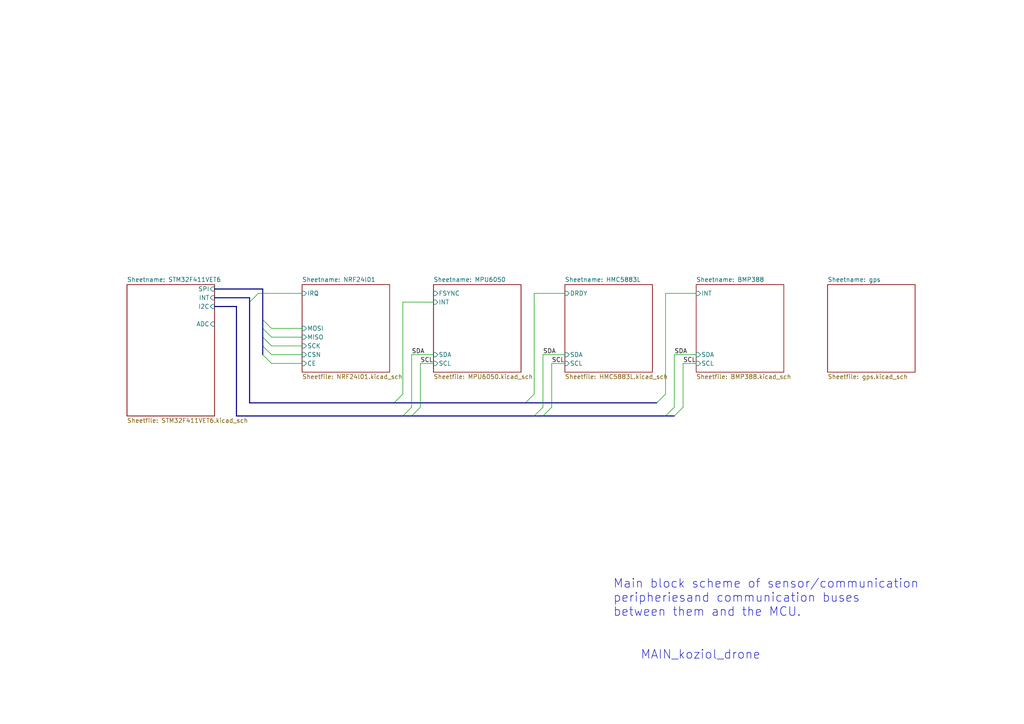
<source format=kicad_sch>
(kicad_sch
	(version 20231120)
	(generator "eeschema")
	(generator_version "8.0")
	(uuid "851f7638-7e3f-4a0b-8564-e284f39c023a")
	(paper "A4")
	(lib_symbols)
	(bus_entry
		(at 154.94 120.65)
		(size 2.54 -2.54)
		(stroke
			(width 0)
			(type default)
		)
		(uuid "0d7971d2-0105-4bc7-8a87-0a235b1db811")
	)
	(bus_entry
		(at 119.38 120.65)
		(size 2.54 -2.54)
		(stroke
			(width 0)
			(type default)
		)
		(uuid "27fcdc10-f92e-4d01-828d-72c5853cb70c")
	)
	(bus_entry
		(at 152.4 116.84)
		(size 2.54 -2.54)
		(stroke
			(width 0)
			(type default)
		)
		(uuid "35e11dc0-c0fe-4ba6-8295-0d299558ee23")
	)
	(bus_entry
		(at 72.39 87.63)
		(size 2.54 -2.54)
		(stroke
			(width 0)
			(type default)
		)
		(uuid "43af2cef-28c2-4e0a-8657-fda0f54da74a")
	)
	(bus_entry
		(at 190.5 116.84)
		(size 2.54 -2.54)
		(stroke
			(width 0)
			(type default)
		)
		(uuid "6dd1f2f8-5b94-4499-bce7-73dc64a4c1a6")
	)
	(bus_entry
		(at 157.48 120.65)
		(size 2.54 -2.54)
		(stroke
			(width 0)
			(type default)
		)
		(uuid "75f19cf7-534e-45d1-b364-56325cfa0787")
	)
	(bus_entry
		(at 116.84 120.65)
		(size 2.54 -2.54)
		(stroke
			(width 0)
			(type default)
		)
		(uuid "9c2a86a8-fad3-44bd-bc62-79ff141ee5cc")
	)
	(bus_entry
		(at 76.2 100.33)
		(size 2.54 2.54)
		(stroke
			(width 0)
			(type default)
		)
		(uuid "b6b9532e-5caf-4674-a903-082cec20793e")
	)
	(bus_entry
		(at 76.2 95.25)
		(size 2.54 2.54)
		(stroke
			(width 0)
			(type default)
		)
		(uuid "dca4f17b-cc86-4205-a33e-1bf1d0c7887b")
	)
	(bus_entry
		(at 76.2 97.79)
		(size 2.54 2.54)
		(stroke
			(width 0)
			(type default)
		)
		(uuid "de300acb-0729-4ca3-ab3e-f635815f4e40")
	)
	(bus_entry
		(at 76.2 92.71)
		(size 2.54 2.54)
		(stroke
			(width 0)
			(type default)
		)
		(uuid "e159a3e6-2fa1-49fc-9ecf-7ea118efb5a1")
	)
	(bus_entry
		(at 195.58 120.65)
		(size 2.54 -2.54)
		(stroke
			(width 0)
			(type default)
		)
		(uuid "e8594439-40af-4b65-a4dc-e162d3df1b9b")
	)
	(bus_entry
		(at 76.2 102.87)
		(size 2.54 2.54)
		(stroke
			(width 0)
			(type default)
		)
		(uuid "edb516c0-61c6-4672-816e-b4b06625dd91")
	)
	(bus_entry
		(at 114.3 116.84)
		(size 2.54 -2.54)
		(stroke
			(width 0)
			(type default)
		)
		(uuid "f8440fb4-60a8-402f-bf76-40ebbe860cd1")
	)
	(bus_entry
		(at 193.04 120.65)
		(size 2.54 -2.54)
		(stroke
			(width 0)
			(type default)
		)
		(uuid "fbe034e0-9179-4d08-868a-60faa2b04e33")
	)
	(bus
		(pts
			(xy 72.39 86.36) (xy 72.39 87.63)
		)
		(stroke
			(width 0)
			(type default)
		)
		(uuid "14a6e8d6-09d6-40d4-8979-c5f8f8943460")
	)
	(wire
		(pts
			(xy 163.83 102.87) (xy 157.48 102.87)
		)
		(stroke
			(width 0)
			(type default)
		)
		(uuid "15987dc8-0149-4218-a583-d7f7e99d39f5")
	)
	(bus
		(pts
			(xy 72.39 116.84) (xy 114.3 116.84)
		)
		(stroke
			(width 0)
			(type default)
		)
		(uuid "1b1743b4-a1bd-4570-8a82-152804157357")
	)
	(wire
		(pts
			(xy 154.94 114.3) (xy 154.94 85.09)
		)
		(stroke
			(width 0)
			(type default)
		)
		(uuid "1b79bb18-9ea6-42a1-a1de-02f5ecb18ca7")
	)
	(wire
		(pts
			(xy 201.93 102.87) (xy 195.58 102.87)
		)
		(stroke
			(width 0)
			(type default)
		)
		(uuid "1c4272d1-c312-45fa-bf34-61ed521728d7")
	)
	(wire
		(pts
			(xy 78.74 97.79) (xy 87.63 97.79)
		)
		(stroke
			(width 0)
			(type default)
		)
		(uuid "1e1e809b-cc64-4b94-b882-999a3b117a1a")
	)
	(bus
		(pts
			(xy 114.3 116.84) (xy 152.4 116.84)
		)
		(stroke
			(width 0)
			(type default)
		)
		(uuid "1e64bc77-4bd6-48d7-a1ce-e96f3e0fed45")
	)
	(bus
		(pts
			(xy 119.38 120.65) (xy 154.94 120.65)
		)
		(stroke
			(width 0)
			(type default)
		)
		(uuid "2776ecaa-c4b1-4f8a-93cf-56227f7fd83d")
	)
	(wire
		(pts
			(xy 119.38 102.87) (xy 119.38 118.11)
		)
		(stroke
			(width 0)
			(type default)
		)
		(uuid "282434d1-4da2-413d-8f37-5b37d4133fb6")
	)
	(wire
		(pts
			(xy 193.04 114.3) (xy 193.04 85.09)
		)
		(stroke
			(width 0)
			(type default)
		)
		(uuid "2a8d5fc9-eb5f-4fd7-8fef-a9752a3a94f9")
	)
	(wire
		(pts
			(xy 78.74 105.41) (xy 87.63 105.41)
		)
		(stroke
			(width 0)
			(type default)
		)
		(uuid "33586f22-2b76-4a95-a671-5c13f379560d")
	)
	(wire
		(pts
			(xy 163.83 105.41) (xy 160.02 105.41)
		)
		(stroke
			(width 0)
			(type default)
		)
		(uuid "34fcd706-74ae-48bb-b77f-0bd312fac838")
	)
	(bus
		(pts
			(xy 76.2 95.25) (xy 76.2 97.79)
		)
		(stroke
			(width 0)
			(type default)
		)
		(uuid "35993807-cd18-432b-8a13-385b895ab90f")
	)
	(wire
		(pts
			(xy 78.74 102.87) (xy 87.63 102.87)
		)
		(stroke
			(width 0)
			(type default)
		)
		(uuid "37df3783-958b-49d4-9cf0-5acdabe344e2")
	)
	(wire
		(pts
			(xy 198.12 105.41) (xy 198.12 118.11)
		)
		(stroke
			(width 0)
			(type default)
		)
		(uuid "3b8134d3-7dc6-4660-b743-363a05642f6e")
	)
	(wire
		(pts
			(xy 78.74 95.25) (xy 87.63 95.25)
		)
		(stroke
			(width 0)
			(type default)
		)
		(uuid "3e0c5344-0edb-452d-b05f-b99202a2dec5")
	)
	(bus
		(pts
			(xy 62.23 88.9) (xy 68.58 88.9)
		)
		(stroke
			(width 0)
			(type default)
		)
		(uuid "3f5bf558-4ebb-4202-a6cd-5cb8371b0d03")
	)
	(wire
		(pts
			(xy 125.73 105.41) (xy 121.92 105.41)
		)
		(stroke
			(width 0)
			(type default)
		)
		(uuid "4c687179-335a-43bb-b49f-eab75fb86591")
	)
	(wire
		(pts
			(xy 154.94 85.09) (xy 163.83 85.09)
		)
		(stroke
			(width 0)
			(type default)
		)
		(uuid "51963866-6be7-4838-9b00-43f0bafd5690")
	)
	(wire
		(pts
			(xy 201.93 105.41) (xy 198.12 105.41)
		)
		(stroke
			(width 0)
			(type default)
		)
		(uuid "618cf5ed-b4a7-415b-a025-d01c014ea3bd")
	)
	(bus
		(pts
			(xy 76.2 100.33) (xy 76.2 102.87)
		)
		(stroke
			(width 0)
			(type default)
		)
		(uuid "6551ae50-393d-4268-a5a0-d189de0d0d6e")
	)
	(bus
		(pts
			(xy 76.2 83.82) (xy 76.2 92.71)
		)
		(stroke
			(width 0)
			(type default)
		)
		(uuid "67174d40-e250-4286-b042-189371461415")
	)
	(bus
		(pts
			(xy 62.23 86.36) (xy 72.39 86.36)
		)
		(stroke
			(width 0)
			(type default)
		)
		(uuid "6dbef3ac-92d7-4475-926b-153bd126ccc5")
	)
	(bus
		(pts
			(xy 76.2 92.71) (xy 76.2 95.25)
		)
		(stroke
			(width 0)
			(type default)
		)
		(uuid "78ca95a1-e6bd-422c-b173-5c8532e9a819")
	)
	(bus
		(pts
			(xy 76.2 97.79) (xy 76.2 100.33)
		)
		(stroke
			(width 0)
			(type default)
		)
		(uuid "83fe9aea-a3b0-4ba8-9870-0f63677327a9")
	)
	(bus
		(pts
			(xy 68.58 120.65) (xy 116.84 120.65)
		)
		(stroke
			(width 0)
			(type default)
		)
		(uuid "8443488c-57c9-4b88-96b2-4bb73576ba51")
	)
	(bus
		(pts
			(xy 62.23 83.82) (xy 76.2 83.82)
		)
		(stroke
			(width 0)
			(type default)
		)
		(uuid "88aac6d5-1dcd-4dc4-830e-d9b3fb883f72")
	)
	(wire
		(pts
			(xy 193.04 85.09) (xy 201.93 85.09)
		)
		(stroke
			(width 0)
			(type default)
		)
		(uuid "923e4c28-630c-4371-aecd-a69ee77799e4")
	)
	(wire
		(pts
			(xy 116.84 114.3) (xy 116.84 87.63)
		)
		(stroke
			(width 0)
			(type default)
		)
		(uuid "9cc24f76-fad7-49d9-9967-3596328864af")
	)
	(bus
		(pts
			(xy 152.4 116.84) (xy 190.5 116.84)
		)
		(stroke
			(width 0)
			(type default)
		)
		(uuid "ac0bd786-ad48-481d-9ce3-fcd88a6cf478")
	)
	(bus
		(pts
			(xy 116.84 120.65) (xy 119.38 120.65)
		)
		(stroke
			(width 0)
			(type default)
		)
		(uuid "b23056ea-d39a-4517-8e88-67cd96de9632")
	)
	(bus
		(pts
			(xy 154.94 120.65) (xy 157.48 120.65)
		)
		(stroke
			(width 0)
			(type default)
		)
		(uuid "bd0c6516-8b70-4485-bc65-4360bb320822")
	)
	(wire
		(pts
			(xy 116.84 87.63) (xy 125.73 87.63)
		)
		(stroke
			(width 0)
			(type default)
		)
		(uuid "be9ff27d-5e2b-4d98-bfef-c04050f012cc")
	)
	(wire
		(pts
			(xy 157.48 102.87) (xy 157.48 118.11)
		)
		(stroke
			(width 0)
			(type default)
		)
		(uuid "beae29fa-1a5c-4230-b648-462d9a07ef31")
	)
	(bus
		(pts
			(xy 68.58 88.9) (xy 68.58 120.65)
		)
		(stroke
			(width 0)
			(type default)
		)
		(uuid "bf8d0fcc-5e76-4bf7-b418-5f096150881b")
	)
	(wire
		(pts
			(xy 121.92 105.41) (xy 121.92 118.11)
		)
		(stroke
			(width 0)
			(type default)
		)
		(uuid "c78cee24-59e7-4216-99f4-802747789267")
	)
	(bus
		(pts
			(xy 193.04 120.65) (xy 195.58 120.65)
		)
		(stroke
			(width 0)
			(type default)
		)
		(uuid "d94a51bb-ce25-4c0d-810a-666a4845da47")
	)
	(wire
		(pts
			(xy 74.93 85.09) (xy 87.63 85.09)
		)
		(stroke
			(width 0)
			(type default)
		)
		(uuid "d96929d2-932c-405b-86c0-3b9e918c297f")
	)
	(wire
		(pts
			(xy 160.02 105.41) (xy 160.02 118.11)
		)
		(stroke
			(width 0)
			(type default)
		)
		(uuid "ddb87cf1-ca0b-4a79-8536-ee133cbb27df")
	)
	(bus
		(pts
			(xy 157.48 120.65) (xy 193.04 120.65)
		)
		(stroke
			(width 0)
			(type default)
		)
		(uuid "df0c2f78-4210-4463-8379-5ccccff44c56")
	)
	(bus
		(pts
			(xy 72.39 87.63) (xy 72.39 116.84)
		)
		(stroke
			(width 0)
			(type default)
		)
		(uuid "e2447b35-d872-44aa-9d05-1c8583004be3")
	)
	(wire
		(pts
			(xy 78.74 100.33) (xy 87.63 100.33)
		)
		(stroke
			(width 0)
			(type default)
		)
		(uuid "e60f7f5c-af01-449c-836f-a2d367083430")
	)
	(wire
		(pts
			(xy 125.73 102.87) (xy 119.38 102.87)
		)
		(stroke
			(width 0)
			(type default)
		)
		(uuid "f5bceda8-48b6-440f-a86b-ca77a2d31bce")
	)
	(wire
		(pts
			(xy 195.58 102.87) (xy 195.58 118.11)
		)
		(stroke
			(width 0)
			(type default)
		)
		(uuid "ffc4ce2b-58b5-49b3-975f-d70d4d55888b")
	)
	(text "Main block scheme of sensor/communication \nperipheriesand communication buses \nbetween them and the MCU.\n"
		(exclude_from_sim no)
		(at 177.8 173.482 0)
		(effects
			(font
				(size 2.54 2.54)
			)
			(justify left)
		)
		(uuid "4ef740b5-b6d2-49ec-b291-7a2ec981b288")
	)
	(text "MAIN_koziol_drone"
		(exclude_from_sim no)
		(at 203.2 189.992 0)
		(effects
			(font
				(size 2.54 2.54)
			)
		)
		(uuid "de2828b3-9e26-4de8-92b5-d973a419a2ed")
	)
	(label "SDA"
		(at 119.38 102.87 0)
		(fields_autoplaced yes)
		(effects
			(font
				(size 1.27 1.27)
			)
			(justify left bottom)
		)
		(uuid "6fe1b52b-1ffc-42c2-a13f-1a4867adfc43")
	)
	(label "SCL"
		(at 198.12 105.41 0)
		(fields_autoplaced yes)
		(effects
			(font
				(size 1.27 1.27)
			)
			(justify left bottom)
		)
		(uuid "91632c84-6d54-4259-ae36-9583ad74e2dd")
	)
	(label "SCL"
		(at 160.02 105.41 0)
		(fields_autoplaced yes)
		(effects
			(font
				(size 1.27 1.27)
			)
			(justify left bottom)
		)
		(uuid "91ae19ff-2533-4052-b80c-6576768af309")
	)
	(label "SDA"
		(at 195.58 102.87 0)
		(fields_autoplaced yes)
		(effects
			(font
				(size 1.27 1.27)
			)
			(justify left bottom)
		)
		(uuid "969e23e7-6326-429c-b416-aee488eea874")
	)
	(label "SDA"
		(at 157.48 102.87 0)
		(fields_autoplaced yes)
		(effects
			(font
				(size 1.27 1.27)
			)
			(justify left bottom)
		)
		(uuid "e346f28c-9bbc-4e84-a5a9-0db66659068b")
	)
	(label "SCL"
		(at 121.92 105.41 0)
		(fields_autoplaced yes)
		(effects
			(font
				(size 1.27 1.27)
			)
			(justify left bottom)
		)
		(uuid "e9b8125e-be53-4092-9f14-849cd9bc3415")
	)
	(sheet
		(at 36.83 82.55)
		(size 25.4 38.1)
		(fields_autoplaced yes)
		(stroke
			(width 0.1524)
			(type solid)
		)
		(fill
			(color 0 0 0 0.0000)
		)
		(uuid "001ec01e-0846-4c13-b110-92c965ff1c10")
		(property "Sheetname" "STM32F411VET6"
			(at 36.83 81.8384 0)
			(show_name yes)
			(effects
				(font
					(size 1.27 1.27)
				)
				(justify left bottom)
			)
		)
		(property "Sheetfile" "STM32F411VET6.kicad_sch"
			(at 36.83 121.2346 0)
			(show_name yes)
			(effects
				(font
					(size 1.27 1.27)
				)
				(justify left top)
			)
		)
		(pin "ADC" input
			(at 62.23 93.98 0)
			(effects
				(font
					(size 1.27 1.27)
				)
				(justify right)
			)
			(uuid "7601aef7-5d90-4977-8727-7380ff3068d0")
		)
		(pin "SPI" input
			(at 62.23 83.82 0)
			(effects
				(font
					(size 1.27 1.27)
				)
				(justify right)
			)
			(uuid "51bb6df7-9765-4057-b1ca-51fb7dbdc8f5")
		)
		(pin "I2C" input
			(at 62.23 88.9 0)
			(effects
				(font
					(size 1.27 1.27)
				)
				(justify right)
			)
			(uuid "79c3618d-5ec3-4e52-b52a-db53daad8817")
		)
		(pin "INT" input
			(at 62.23 86.36 0)
			(effects
				(font
					(size 1.27 1.27)
				)
				(justify right)
			)
			(uuid "0fee0740-18ee-4e63-bca8-33ee36b52a83")
		)
		(instances
			(project "koziol_drone_v1"
				(path "/851f7638-7e3f-4a0b-8564-e284f39c023a"
					(page "2")
				)
			)
		)
	)
	(sheet
		(at 125.73 82.55)
		(size 25.4 25.4)
		(fields_autoplaced yes)
		(stroke
			(width 0.1524)
			(type solid)
		)
		(fill
			(color 0 0 0 0.0000)
		)
		(uuid "4439f39c-dd13-4f41-9d88-18d00bf715ed")
		(property "Sheetname" "MPU6050"
			(at 125.73 81.8384 0)
			(show_name yes)
			(effects
				(font
					(size 1.27 1.27)
				)
				(justify left bottom)
			)
		)
		(property "Sheetfile" "MPU6050.kicad_sch"
			(at 125.73 108.5346 0)
			(show_name yes)
			(effects
				(font
					(size 1.27 1.27)
				)
				(justify left top)
			)
		)
		(pin "FSYNC" input
			(at 125.73 85.09 180)
			(effects
				(font
					(size 1.27 1.27)
				)
				(justify left)
			)
			(uuid "84af7258-f0ee-43d3-acc3-e40bbb81464a")
		)
		(pin "SDA" input
			(at 125.73 102.87 180)
			(effects
				(font
					(size 1.27 1.27)
				)
				(justify left)
			)
			(uuid "fe5a8e8a-aade-47d3-84b6-315aa133de66")
		)
		(pin "SCL" input
			(at 125.73 105.41 180)
			(effects
				(font
					(size 1.27 1.27)
				)
				(justify left)
			)
			(uuid "5d29d1c0-e12f-4788-a8bf-9009a0ba63d3")
		)
		(pin "INT" input
			(at 125.73 87.63 180)
			(effects
				(font
					(size 1.27 1.27)
				)
				(justify left)
			)
			(uuid "346436cc-6064-4ed0-9657-16438e5bfe10")
		)
		(instances
			(project "koziol_drone_v1"
				(path "/851f7638-7e3f-4a0b-8564-e284f39c023a"
					(page "3")
				)
			)
		)
	)
	(sheet
		(at 163.83 82.55)
		(size 25.4 25.4)
		(fields_autoplaced yes)
		(stroke
			(width 0.1524)
			(type solid)
		)
		(fill
			(color 0 0 0 0.0000)
		)
		(uuid "49334e07-6447-4fca-b8fe-36a391c34fc9")
		(property "Sheetname" "HMC5883L"
			(at 163.83 81.8384 0)
			(show_name yes)
			(effects
				(font
					(size 1.27 1.27)
				)
				(justify left bottom)
			)
		)
		(property "Sheetfile" "HMC5883L.kicad_sch"
			(at 163.83 108.5346 0)
			(show_name yes)
			(effects
				(font
					(size 1.27 1.27)
				)
				(justify left top)
			)
		)
		(pin "SDA" input
			(at 163.83 102.87 180)
			(effects
				(font
					(size 1.27 1.27)
				)
				(justify left)
			)
			(uuid "34ab9dc7-d1d7-4516-803b-6aaeb36da7b7")
		)
		(pin "DRDY" input
			(at 163.83 85.09 180)
			(effects
				(font
					(size 1.27 1.27)
				)
				(justify left)
			)
			(uuid "dae17dfb-08d7-44ed-9c85-b765d775b11f")
		)
		(pin "SCL" input
			(at 163.83 105.41 180)
			(effects
				(font
					(size 1.27 1.27)
				)
				(justify left)
			)
			(uuid "307b39b0-96a9-41c9-ae37-9fb5f59a762d")
		)
		(instances
			(project "koziol_drone_v1"
				(path "/851f7638-7e3f-4a0b-8564-e284f39c023a"
					(page "4")
				)
			)
		)
	)
	(sheet
		(at 201.93 82.55)
		(size 25.4 25.4)
		(fields_autoplaced yes)
		(stroke
			(width 0.1524)
			(type solid)
		)
		(fill
			(color 0 0 0 0.0000)
		)
		(uuid "958eb3f7-c06e-4762-9fe3-16565e4a1f1e")
		(property "Sheetname" "BMP388"
			(at 201.93 81.8384 0)
			(show_name yes)
			(effects
				(font
					(size 1.27 1.27)
				)
				(justify left bottom)
			)
		)
		(property "Sheetfile" "BMP388.kicad_sch"
			(at 201.93 108.5346 0)
			(show_name yes)
			(effects
				(font
					(size 1.27 1.27)
				)
				(justify left top)
			)
		)
		(pin "SDA" input
			(at 201.93 102.87 180)
			(effects
				(font
					(size 1.27 1.27)
				)
				(justify left)
			)
			(uuid "705af1de-e3de-40f9-af8b-c1961750f3b7")
		)
		(pin "SCL" input
			(at 201.93 105.41 180)
			(effects
				(font
					(size 1.27 1.27)
				)
				(justify left)
			)
			(uuid "e25ffe4e-b7ce-4762-94ed-df3b253eb1d7")
		)
		(pin "INT" input
			(at 201.93 85.09 180)
			(effects
				(font
					(size 1.27 1.27)
				)
				(justify left)
			)
			(uuid "785c33bb-4f1f-40af-b3f7-1eedbbd0bbe3")
		)
		(instances
			(project "koziol_drone_v1"
				(path "/851f7638-7e3f-4a0b-8564-e284f39c023a"
					(page "5")
				)
			)
		)
	)
	(sheet
		(at 240.03 82.55)
		(size 25.4 25.4)
		(fields_autoplaced yes)
		(stroke
			(width 0.1524)
			(type solid)
		)
		(fill
			(color 0 0 0 0.0000)
		)
		(uuid "a1f5f9fa-997a-481b-ba47-d8e82730319c")
		(property "Sheetname" "gps"
			(at 240.03 81.8384 0)
			(show_name yes)
			(effects
				(font
					(size 1.27 1.27)
				)
				(justify left bottom)
			)
		)
		(property "Sheetfile" "gps.kicad_sch"
			(at 240.03 108.5346 0)
			(show_name yes)
			(effects
				(font
					(size 1.27 1.27)
				)
				(justify left top)
			)
		)
		(instances
			(project "koziol_drone_v1"
				(path "/851f7638-7e3f-4a0b-8564-e284f39c023a"
					(page "7")
				)
			)
		)
	)
	(sheet
		(at 87.63 82.55)
		(size 25.4 25.4)
		(fields_autoplaced yes)
		(stroke
			(width 0.1524)
			(type solid)
		)
		(fill
			(color 0 0 0 0.0000)
		)
		(uuid "be6e0983-7d35-4e64-9b23-54d05a91e862")
		(property "Sheetname" "NRF24l01"
			(at 87.63 81.8384 0)
			(show_name yes)
			(effects
				(font
					(size 1.27 1.27)
				)
				(justify left bottom)
			)
		)
		(property "Sheetfile" "NRF24l01.kicad_sch"
			(at 87.63 108.5346 0)
			(show_name yes)
			(effects
				(font
					(size 1.27 1.27)
				)
				(justify left top)
			)
		)
		(pin "MOSI" input
			(at 87.63 95.25 180)
			(effects
				(font
					(size 1.27 1.27)
				)
				(justify left)
			)
			(uuid "937685a7-6b45-4205-901a-d96eeaff51ab")
		)
		(pin "MISO" input
			(at 87.63 97.79 180)
			(effects
				(font
					(size 1.27 1.27)
				)
				(justify left)
			)
			(uuid "5c6e1bee-f4f1-4102-acf3-939a3e67769a")
		)
		(pin "SCK" input
			(at 87.63 100.33 180)
			(effects
				(font
					(size 1.27 1.27)
				)
				(justify left)
			)
			(uuid "b48aa950-dfb1-4728-8549-63ec1f229907")
		)
		(pin "CSN" input
			(at 87.63 102.87 180)
			(effects
				(font
					(size 1.27 1.27)
				)
				(justify left)
			)
			(uuid "9e87c1e4-3971-4fd1-8621-c1de0f3513f4")
		)
		(pin "CE" input
			(at 87.63 105.41 180)
			(effects
				(font
					(size 1.27 1.27)
				)
				(justify left)
			)
			(uuid "30778d46-ab2b-4491-8c81-c5dfbd14fd64")
		)
		(pin "IRQ" input
			(at 87.63 85.09 180)
			(effects
				(font
					(size 1.27 1.27)
				)
				(justify left)
			)
			(uuid "4d7690bb-29ed-421d-b327-40b9cddbf5d8")
		)
		(instances
			(project "koziol_drone_v1"
				(path "/851f7638-7e3f-4a0b-8564-e284f39c023a"
					(page "6")
				)
			)
		)
	)
	(sheet_instances
		(path "/"
			(page "1")
		)
	)
)

</source>
